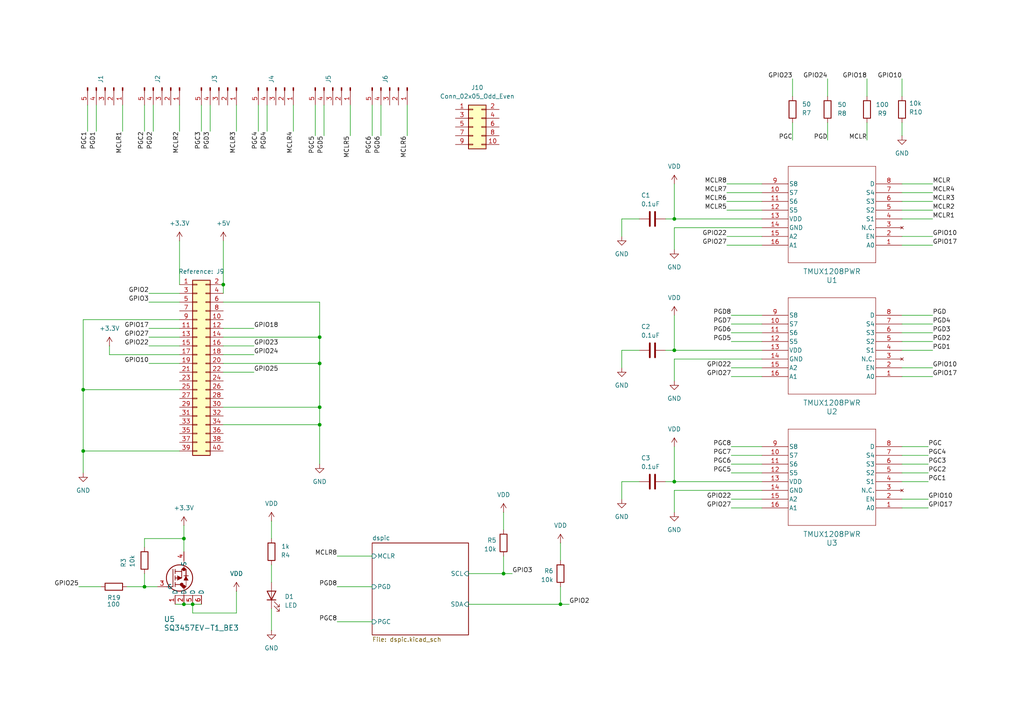
<source format=kicad_sch>
(kicad_sch (version 20231120) (generator "eeschema") (generator_version "8.0")
  (paper "A4")
  (lib_symbols
    (symbol "Connector:Conn_01x05_Pin" (pin_names (offset 1.016) hide)
      (property "Reference" "J" (at 0 7.62 0))
      (property "Value" "Conn_01x05_Pin" (at 0 -7.62 0))
      (symbol "Conn_01x05_Pin_1_1"
        (polyline (pts (xy 1.27 -5.08) (xy 0.8636 -5.08)) (stroke (width 0.1524)))
        (polyline (pts (xy 1.27 -2.54) (xy 0.8636 -2.54)) (stroke (width 0.1524)))
        (polyline (pts (xy 1.27 0) (xy 0.8636 0)) (stroke (width 0.1524)))
        (polyline (pts (xy 1.27 2.54) (xy 0.8636 2.54)) (stroke (width 0.1524)))
        (polyline (pts (xy 1.27 5.08) (xy 0.8636 5.08)) (stroke (width 0.1524)))
        (rectangle (start 0.8636 -4.953) (end 0 -5.207) (stroke (width 0.1524)) (fill (type outline)))
        (rectangle (start 0.8636 -2.413) (end 0 -2.667) (stroke (width 0.1524)) (fill (type outline)))
        (rectangle (start 0.8636 0.127) (end 0 -0.127) (stroke (width 0.1524)) (fill (type outline)))
        (rectangle (start 0.8636 2.667) (end 0 2.413) (stroke (width 0.1524)) (fill (type outline)))
        (rectangle (start 0.8636 5.207) (end 0 4.953) (stroke (width 0.1524)) (fill (type outline)))
        (pin passive line (at 5.08 5.08 180) (length 3.81) (name "Pin_1") (number "1"))
        (pin passive line (at 5.08 2.54 180) (length 3.81) (name "Pin_2") (number "2"))
        (pin passive line (at 5.08 0 180) (length 3.81) (name "Pin_3") (number "3"))
        (pin passive line (at 5.08 -2.54 180) (length 3.81) (name "Pin_4") (number "4"))
        (pin passive line (at 5.08 -5.08 180) (length 3.81) (name "Pin_5") (number "5"))
      )
    )
    (symbol "Connector_Generic:Conn_02x05_Odd_Even" (pin_names (offset 1.016) hide)
      (property "Reference" "J" (at 1.27 7.62 0))
      (property "Value" "Conn_02x05_Odd_Even" (at 1.27 -7.62 0))
      (symbol "Conn_02x05_Odd_Even_1_1"
        (rectangle (start -1.27 -4.953) (end 0 -5.207) (stroke (width 0.1524)))
        (rectangle (start -1.27 -2.413) (end 0 -2.667) (stroke (width 0.1524)))
        (rectangle (start -1.27 0.127) (end 0 -0.127) (stroke (width 0.1524)))
        (rectangle (start -1.27 2.667) (end 0 2.413) (stroke (width 0.1524)))
        (rectangle (start -1.27 5.207) (end 0 4.953) (stroke (width 0.1524)))
        (rectangle (start -1.27 6.35) (end 3.81 -6.35) (stroke (width 0.254)) (fill (type background)))
        (rectangle (start 3.81 -4.953) (end 2.54 -5.207) (stroke (width 0.1524)))
        (rectangle (start 3.81 -2.413) (end 2.54 -2.667) (stroke (width 0.1524)))
        (rectangle (start 3.81 0.127) (end 2.54 -0.127) (stroke (width 0.1524)))
        (rectangle (start 3.81 2.667) (end 2.54 2.413) (stroke (width 0.1524)))
        (rectangle (start 3.81 5.207) (end 2.54 4.953) (stroke (width 0.1524)))
        (pin passive line (at -5.08 5.08 0) (length 3.81) (name "Pin_1") (number "1"))
        (pin passive line (at 7.62 -5.08 180) (length 3.81) (name "Pin_10") (number "10"))
        (pin passive line (at 7.62 5.08 180) (length 3.81) (name "Pin_2") (number "2"))
        (pin passive line (at -5.08 2.54 0) (length 3.81) (name "Pin_3") (number "3"))
        (pin passive line (at 7.62 2.54 180) (length 3.81) (name "Pin_4") (number "4"))
        (pin passive line (at -5.08 0 0) (length 3.81) (name "Pin_5") (number "5"))
        (pin passive line (at 7.62 0 180) (length 3.81) (name "Pin_6") (number "6"))
        (pin passive line (at -5.08 -2.54 0) (length 3.81) (name "Pin_7") (number "7"))
        (pin passive line (at 7.62 -2.54 180) (length 3.81) (name "Pin_8") (number "8"))
        (pin passive line (at -5.08 -5.08 0) (length 3.81) (name "Pin_9") (number "9"))
      )
    )
    (symbol "Connector_Generic:Conn_02x20_Odd_Even" (pin_names (offset 1.016) hide)
      (property "Reference" "J" (at 1.27 25.4 0))
      (property "Value" "Conn_02x20_Odd_Even" (at 1.27 -27.94 0))
      (symbol "Conn_02x20_Odd_Even_1_1"
        (rectangle (start -1.27 -25.273) (end 0 -25.527) (stroke (width 0.1524)))
        (rectangle (start -1.27 -22.733) (end 0 -22.987) (stroke (width 0.1524)))
        (rectangle (start -1.27 -20.193) (end 0 -20.447) (stroke (width 0.1524)))
        (rectangle (start -1.27 -17.653) (end 0 -17.907) (stroke (width 0.1524)))
        (rectangle (start -1.27 -15.113) (end 0 -15.367) (stroke (width 0.1524)))
        (rectangle (start -1.27 -12.573) (end 0 -12.827) (stroke (width 0.1524)))
        (rectangle (start -1.27 -10.033) (end 0 -10.287) (stroke (width 0.1524)))
        (rectangle (start -1.27 -7.493) (end 0 -7.747) (stroke (width 0.1524)))
        (rectangle (start -1.27 -4.953) (end 0 -5.207) (stroke (width 0.1524)))
        (rectangle (start -1.27 -2.413) (end 0 -2.667) (stroke (width 0.1524)))
        (rectangle (start -1.27 0.127) (end 0 -0.127) (stroke (width 0.1524)))
        (rectangle (start -1.27 2.667) (end 0 2.413) (stroke (width 0.1524)))
        (rectangle (start -1.27 5.207) (end 0 4.953) (stroke (width 0.1524)))
        (rectangle (start -1.27 7.747) (end 0 7.493) (stroke (width 0.1524)))
        (rectangle (start -1.27 10.287) (end 0 10.033) (stroke (width 0.1524)))
        (rectangle (start -1.27 12.827) (end 0 12.573) (stroke (width 0.1524)))
        (rectangle (start -1.27 15.367) (end 0 15.113) (stroke (width 0.1524)))
        (rectangle (start -1.27 17.907) (end 0 17.653) (stroke (width 0.1524)))
        (rectangle (start -1.27 20.447) (end 0 20.193) (stroke (width 0.1524)))
        (rectangle (start -1.27 22.987) (end 0 22.733) (stroke (width 0.1524)))
        (rectangle (start -1.27 24.13) (end 3.81 -26.67) (stroke (width 0.254)) (fill (type background)))
        (rectangle (start 3.81 -25.273) (end 2.54 -25.527) (stroke (width 0.1524)))
        (rectangle (start 3.81 -22.733) (end 2.54 -22.987) (stroke (width 0.1524)))
        (rectangle (start 3.81 -20.193) (end 2.54 -20.447) (stroke (width 0.1524)))
        (rectangle (start 3.81 -17.653) (end 2.54 -17.907) (stroke (width 0.1524)))
        (rectangle (start 3.81 -15.113) (end 2.54 -15.367) (stroke (width 0.1524)))
        (rectangle (start 3.81 -12.573) (end 2.54 -12.827) (stroke (width 0.1524)))
        (rectangle (start 3.81 -10.033) (end 2.54 -10.287) (stroke (width 0.1524)))
        (rectangle (start 3.81 -7.493) (end 2.54 -7.747) (stroke (width 0.1524)))
        (rectangle (start 3.81 -4.953) (end 2.54 -5.207) (stroke (width 0.1524)))
        (rectangle (start 3.81 -2.413) (end 2.54 -2.667) (stroke (width 0.1524)))
        (rectangle (start 3.81 0.127) (end 2.54 -0.127) (stroke (width 0.1524)))
        (rectangle (start 3.81 2.667) (end 2.54 2.413) (stroke (width 0.1524)))
        (rectangle (start 3.81 5.207) (end 2.54 4.953) (stroke (width 0.1524)))
        (rectangle (start 3.81 7.747) (end 2.54 7.493) (stroke (width 0.1524)))
        (rectangle (start 3.81 10.287) (end 2.54 10.033) (stroke (width 0.1524)))
        (rectangle (start 3.81 12.827) (end 2.54 12.573) (stroke (width 0.1524)))
        (rectangle (start 3.81 15.367) (end 2.54 15.113) (stroke (width 0.1524)))
        (rectangle (start 3.81 17.907) (end 2.54 17.653) (stroke (width 0.1524)))
        (rectangle (start 3.81 20.447) (end 2.54 20.193) (stroke (width 0.1524)))
        (rectangle (start 3.81 22.987) (end 2.54 22.733) (stroke (width 0.1524)))
        (pin passive line (at -5.08 22.86 0) (length 3.81) (name "Pin_1") (number "1"))
        (pin passive line (at 7.62 12.7 180) (length 3.81) (name "Pin_10") (number "10"))
        (pin passive line (at -5.08 10.16 0) (length 3.81) (name "Pin_11") (number "11"))
        (pin passive line (at 7.62 10.16 180) (length 3.81) (name "Pin_12") (number "12"))
        (pin passive line (at -5.08 7.62 0) (length 3.81) (name "Pin_13") (number "13"))
        (pin passive line (at 7.62 7.62 180) (length 3.81) (name "Pin_14") (number "14"))
        (pin passive line (at -5.08 5.08 0) (length 3.81) (name "Pin_15") (number "15"))
        (pin passive line (at 7.62 5.08 180) (length 3.81) (name "Pin_16") (number "16"))
        (pin passive line (at -5.08 2.54 0) (length 3.81) (name "Pin_17") (number "17"))
        (pin passive line (at 7.62 2.54 180) (length 3.81) (name "Pin_18") (number "18"))
        (pin passive line (at -5.08 0 0) (length 3.81) (name "Pin_19") (number "19"))
        (pin passive line (at 7.62 22.86 180) (length 3.81) (name "Pin_2") (number "2"))
        (pin passive line (at 7.62 0 180) (length 3.81) (name "Pin_20") (number "20"))
        (pin passive line (at -5.08 -2.54 0) (length 3.81) (name "Pin_21") (number "21"))
        (pin passive line (at 7.62 -2.54 180) (length 3.81) (name "Pin_22") (number "22"))
        (pin passive line (at -5.08 -5.08 0) (length 3.81) (name "Pin_23") (number "23"))
        (pin passive line (at 7.62 -5.08 180) (length 3.81) (name "Pin_24") (number "24"))
        (pin passive line (at -5.08 -7.62 0) (length 3.81) (name "Pin_25") (number "25"))
        (pin passive line (at 7.62 -7.62 180) (length 3.81) (name "Pin_26") (number "26"))
        (pin passive line (at -5.08 -10.16 0) (length 3.81) (name "Pin_27") (number "27"))
        (pin passive line (at 7.62 -10.16 180) (length 3.81) (name "Pin_28") (number "28"))
        (pin passive line (at -5.08 -12.7 0) (length 3.81) (name "Pin_29") (number "29"))
        (pin passive line (at -5.08 20.32 0) (length 3.81) (name "Pin_3") (number "3"))
        (pin passive line (at 7.62 -12.7 180) (length 3.81) (name "Pin_30") (number "30"))
        (pin passive line (at -5.08 -15.24 0) (length 3.81) (name "Pin_31") (number "31"))
        (pin passive line (at 7.62 -15.24 180) (length 3.81) (name "Pin_32") (number "32"))
        (pin passive line (at -5.08 -17.78 0) (length 3.81) (name "Pin_33") (number "33"))
        (pin passive line (at 7.62 -17.78 180) (length 3.81) (name "Pin_34") (number "34"))
        (pin passive line (at -5.08 -20.32 0) (length 3.81) (name "Pin_35") (number "35"))
        (pin passive line (at 7.62 -20.32 180) (length 3.81) (name "Pin_36") (number "36"))
        (pin passive line (at -5.08 -22.86 0) (length 3.81) (name "Pin_37") (number "37"))
        (pin passive line (at 7.62 -22.86 180) (length 3.81) (name "Pin_38") (number "38"))
        (pin passive line (at -5.08 -25.4 0) (length 3.81) (name "Pin_39") (number "39"))
        (pin passive line (at 7.62 20.32 180) (length 3.81) (name "Pin_4") (number "4"))
        (pin passive line (at 7.62 -25.4 180) (length 3.81) (name "Pin_40") (number "40"))
        (pin passive line (at -5.08 17.78 0) (length 3.81) (name "Pin_5") (number "5"))
        (pin passive line (at 7.62 17.78 180) (length 3.81) (name "Pin_6") (number "6"))
        (pin passive line (at -5.08 15.24 0) (length 3.81) (name "Pin_7") (number "7"))
        (pin passive line (at 7.62 15.24 180) (length 3.81) (name "Pin_8") (number "8"))
        (pin passive line (at -5.08 12.7 0) (length 3.81) (name "Pin_9") (number "9"))
      )
    )
    (symbol "Device:C" (pin_numbers hide) (pin_names (offset 0.254))
      (property "Reference" "C" (at 0.635 2.54 0))
      (property "Value" "C" (at 0.635 -2.54 0))
      (symbol "C_0_1"
        (polyline (pts (xy -2.032 -0.762) (xy 2.032 -0.762)) (stroke (width 0.508)))
        (polyline (pts (xy -2.032 0.762) (xy 2.032 0.762)) (stroke (width 0.508)))
      )
      (symbol "C_1_1"
        (pin passive line (at 0 3.81 270) (length 2.794) (name "~") (number "1"))
        (pin passive line (at 0 -3.81 90) (length 2.794) (name "~") (number "2"))
      )
    )
    (symbol "Device:LED" (pin_numbers hide) (pin_names (offset 1.016) hide)
      (property "Reference" "D" (at 0 2.54 0))
      (property "Value" "LED" (at 0 -2.54 0))
      (symbol "LED_0_1"
        (polyline (pts (xy -1.27 -1.27) (xy -1.27 1.27)) (stroke (width 0.254)))
        (polyline (pts (xy -1.27 0) (xy 1.27 0)))
        (polyline (pts (xy 1.27 -1.27) (xy 1.27 1.27) (xy -1.27 0) (xy 1.27 -1.27)) (stroke (width 0.254)))
        (polyline (pts (xy -3.048 -0.762) (xy -4.572 -2.286) (xy -3.81 -2.286) (xy -4.572 -2.286) (xy -4.572 -1.524)))
        (polyline (pts (xy -1.778 -0.762) (xy -3.302 -2.286) (xy -2.54 -2.286) (xy -3.302 -2.286) (xy -3.302 -1.524)))
      )
      (symbol "LED_1_1"
        (pin passive line (at -3.81 0 0) (length 2.54) (name "K") (number "1"))
        (pin passive line (at 3.81 0 180) (length 2.54) (name "A") (number "2"))
      )
    )
    (symbol "Device:R" (pin_numbers hide) (pin_names (offset 0))
      (property "Reference" "R" (at 2.032 0 90))
      (property "Value" "R" (at 0 0 90))
      (symbol "R_0_1"
        (rectangle (start -1.016 -2.54) (end 1.016 2.54) (stroke (width 0.254)))
      )
      (symbol "R_1_1"
        (pin passive line (at 0 3.81 270) (length 1.27) (name "~") (number "1"))
        (pin passive line (at 0 -3.81 90) (length 1.27) (name "~") (number "2"))
      )
    )
    (symbol "MOSFET-P:SQ3457EV-T1_BE3" (pin_names (offset 0.254))
      (property "Reference" "U" (at 16.51 4.445 0))
      (property "Value" "SQ3457EV-T1_BE3" (at 16.51 0 0))
      (symbol "SQ3457EV-T1_BE3_0_1"
        (polyline (pts (xy 2.54 0) (xy 4.445 0)) (stroke (width 0.2032)))
        (polyline (pts (xy 4.445 0) (xy 4.445 5.08)) (stroke (width 0.2032)))
        (polyline (pts (xy 5.08 -2.54) (xy 12.7 -2.54)) (stroke (width 0.127)))
        (polyline (pts (xy 5.08 0) (xy 5.08 1.27)) (stroke (width 0.2032)))
        (polyline (pts (xy 5.08 0.635) (xy 6.985 0.635)) (stroke (width 0.2032)))
        (polyline (pts (xy 5.08 1.905) (xy 5.08 3.175)) (stroke (width 0.2032)))
        (polyline (pts (xy 5.08 3.81) (xy 5.08 5.08)) (stroke (width 0.2032)))
        (polyline (pts (xy 5.08 4.445) (xy 6.985 4.445)) (stroke (width 0.2032)))
        (polyline (pts (xy 5.715 2.54) (xy 5.08 2.54)) (stroke (width 0.2032)))
        (polyline (pts (xy 6.985 0) (xy 8.255 0)) (stroke (width 0.2032)))
        (polyline (pts (xy 6.985 4.445) (xy 6.985 2.54)) (stroke (width 0.2032)))
        (polyline (pts (xy 6.985 4.445) (xy 6.985 5.08)) (stroke (width 0.2032)))
        (polyline (pts (xy 6.985 5.08) (xy 8.255 5.08)) (stroke (width 0.2032)))
        (polyline (pts (xy 7.0104 0.635) (xy 6.985 0)) (stroke (width 0.127)))
        (polyline (pts (xy 7.62 -2.54) (xy 7.6454 0)) (stroke (width 0.127)))
        (polyline (pts (xy 7.62 7.62) (xy 7.6454 5.08)) (stroke (width 0.127)))
        (polyline (pts (xy 8.255 0) (xy 8.255 1.905)) (stroke (width 0.127)))
        (polyline (pts (xy 8.255 3.175) (xy 8.255 5.08)) (stroke (width 0.2032)))
        (polyline (pts (xy 8.255 5.08) (xy 8.255 3.175)) (stroke (width 0.2032)))
        (polyline (pts (xy 8.89 3.175) (xy 7.62 3.175)) (stroke (width 0.2032)))
        (polyline (pts (xy 5.715 1.905) (xy 6.985 2.54) (xy 5.715 3.175)) (fill (type outline)))
        (polyline (pts (xy 8.89 1.905) (xy 7.62 1.905) (xy 8.255 3.175)) (fill (type outline)))
        (circle (center 6.35 2.54) (radius 3.81) (stroke (width 0.254)))
        (circle (center 6.985 0.635) (radius 0.0254) (stroke (width 0.508)))
        (circle (center 7.62 0) (radius 0.0254) (stroke (width 0.508)))
        (circle (center 7.62 5.08) (radius 0.0254) (stroke (width 0.508)))
        (pin unspecified line (at 5.08 -5.08 90) (length 2.54) (name "D") (number "1"))
        (pin unspecified line (at 7.62 -5.08 90) (length 2.54) (name "D") (number "2"))
        (pin unspecified line (at 0 0 0) (length 2.54) (name "G") (number "3"))
        (pin unspecified line (at 7.62 10.16 270) (length 2.54) (name "S") (number "4"))
        (pin unspecified line (at 10.16 -5.08 90) (length 2.54) (name "D") (number "5"))
        (pin unspecified line (at 12.7 -5.08 90) (length 2.54) (name "D") (number "6"))
      )
    )
    (symbol "TMUX1208:TMUX1208PWR" (pin_names (offset 0.254))
      (property "Reference" "U" (at 20.32 10.16 0))
      (property "Value" "TMUX1208PWR" (at 20.32 7.62 0))
      (symbol "TMUX1208PWR_0_1"
        (polyline (pts (xy 7.62 -22.86) (xy 33.02 -22.86)) (stroke (width 0.127)))
        (polyline (pts (xy 7.62 5.08) (xy 7.62 -22.86)) (stroke (width 0.127)))
        (polyline (pts (xy 33.02 -22.86) (xy 33.02 5.08)) (stroke (width 0.127)))
        (polyline (pts (xy 33.02 5.08) (xy 7.62 5.08)) (stroke (width 0.127)))
        (pin bidirectional line (at 0 0 0) (length 7.62) (name "A0") (number "1"))
        (pin bidirectional line (at 40.64 -15.24 180) (length 7.62) (name "S7") (number "10"))
        (pin bidirectional line (at 40.64 -12.7 180) (length 7.62) (name "S6") (number "11"))
        (pin bidirectional line (at 40.64 -10.16 180) (length 7.62) (name "S5") (number "12"))
        (pin power_in line (at 40.64 -7.62 180) (length 7.62) (name "VDD") (number "13"))
        (pin power_out line (at 40.64 -5.08 180) (length 7.62) (name "GND") (number "14"))
        (pin bidirectional line (at 40.64 -2.54 180) (length 7.62) (name "A2") (number "15"))
        (pin bidirectional line (at 40.64 0 180) (length 7.62) (name "A1") (number "16"))
        (pin unspecified line (at 0 -2.54 0) (length 7.62) (name "EN") (number "2"))
        (pin no_connect line (at 0 -5.08 0) (length 7.62) (name "N.C.") (number "3"))
        (pin bidirectional line (at 0 -7.62 0) (length 7.62) (name "S1") (number "4"))
        (pin bidirectional line (at 0 -10.16 0) (length 7.62) (name "S2") (number "5"))
        (pin bidirectional line (at 0 -12.7 0) (length 7.62) (name "S3") (number "6"))
        (pin bidirectional line (at 0 -15.24 0) (length 7.62) (name "S4") (number "7"))
        (pin unspecified line (at 0 -17.78 0) (length 7.62) (name "D") (number "8"))
        (pin bidirectional line (at 40.64 -17.78 180) (length 7.62) (name "S8") (number "9"))
      )
    )
    (symbol "power:+3.3V" (power) (pin_numbers hide) (pin_names (offset 0) hide)
      (property "Value" "+3.3V" (at 0 3.556 0))
      (symbol "+3.3V_0_1"
        (polyline (pts (xy -0.762 1.27) (xy 0 2.54)))
        (polyline (pts (xy 0 0) (xy 0 2.54)))
        (polyline (pts (xy 0 2.54) (xy 0.762 1.27)))
      )
      (symbol "+3.3V_1_1"
        (pin power_in line (at 0 0 90) (length 0) (name "~") (number "1"))
      )
    )
    (symbol "power:+5V" (power) (pin_numbers hide) (pin_names (offset 0) hide)
      (property "Value" "+5V" (at 0 3.556 0))
      (symbol "+5V_0_1"
        (polyline (pts (xy -0.762 1.27) (xy 0 2.54)))
        (polyline (pts (xy 0 0) (xy 0 2.54)))
        (polyline (pts (xy 0 2.54) (xy 0.762 1.27)))
      )
      (symbol "+5V_1_1"
        (pin power_in line (at 0 0 90) (length 0) (name "~") (number "1"))
      )
    )
    (symbol "power:GND" (power) (pin_numbers hide) (pin_names (offset 0) hide)
      (property "Value" "GND" (at 0 -3.81 0))
      (symbol "GND_0_1"
        (polyline (pts (xy 0 0) (xy 0 -1.27) (xy 1.27 -1.27) (xy 0 -2.54) (xy -1.27 -1.27) (xy 0 -1.27)))
      )
      (symbol "GND_1_1"
        (pin power_in line (at 0 0 270) (length 0) (name "~") (number "1"))
      )
    )
    (symbol "power:VDD" (power) (pin_numbers hide) (pin_names (offset 0) hide)
      (property "Value" "VDD" (at 0 3.556 0))
      (symbol "VDD_0_1"
        (polyline (pts (xy -0.762 1.27) (xy 0 2.54)))
        (polyline (pts (xy 0 0) (xy 0 2.54)))
        (polyline (pts (xy 0 2.54) (xy 0.762 1.27)))
      )
      (symbol "VDD_1_1"
        (pin power_in line (at 0 0 90) (length 0) (name "~") (number "1"))
      )
    )
  )
  (junction (at 162.56 175.26))
  (junction (at 64.77 82.55))
  (junction (at 92.71 105.41))
  (junction (at 24.13 130.81))
  (junction (at 92.71 97.79))
  (junction (at 92.71 123.19))
  (junction (at 195.58 101.6))
  (junction (at 146.05 166.37))
  (junction (at 92.71 118.11))
  (junction (at 24.13 113.03))
  (junction (at 195.58 63.5))
  (junction (at 195.58 139.7))
  (junction (at 53.34 156.21))
  (junction (at 41.91 170.18))
  (junction (at 53.34 175.26))
  (junction (at 55.88 175.26))
  (wire (pts (xy 195.58 101.6) (xy 220.98 101.6)))
  (wire (pts (xy 77.47 30.48) (xy 77.47 38.1)))
  (wire (pts (xy 52.07 97.79) (xy 43.18 97.79)))
  (wire (pts (xy 24.13 113.03) (xy 24.13 130.81)))
  (wire (pts (xy 269.24 129.54) (xy 261.62 129.54)))
  (wire (pts (xy 52.07 92.71) (xy 24.13 92.71)))
  (wire (pts (xy 162.56 157.48) (xy 162.56 162.56)))
  (wire (pts (xy 180.34 139.7) (xy 180.34 144.78)))
  (wire (pts (xy 64.77 87.63) (xy 92.71 87.63)))
  (wire (pts (xy 41.91 166.37) (xy 41.91 170.18)))
  (wire (pts (xy 53.34 152.4) (xy 53.34 156.21)))
  (wire (pts (xy 180.34 63.5) (xy 180.34 68.58)))
  (wire (pts (xy 52.07 95.25) (xy 43.18 95.25)))
  (wire (pts (xy 36.83 170.18) (xy 41.91 170.18)))
  (wire (pts (xy 107.95 30.48) (xy 107.95 39.37)))
  (wire (pts (xy 220.98 104.14) (xy 195.58 104.14)))
  (wire (pts (xy 92.71 123.19) (xy 92.71 134.62)))
  (wire (pts (xy 68.58 177.8) (xy 55.88 177.8)))
  (wire (pts (xy 270.51 91.44) (xy 261.62 91.44)))
  (wire (pts (xy 118.11 30.48) (xy 118.11 39.37)))
  (wire (pts (xy 146.05 166.37) (xy 146.05 161.29)))
  (wire (pts (xy 270.51 71.12) (xy 261.62 71.12)))
  (wire (pts (xy 240.03 35.56) (xy 240.03 40.64)))
  (wire (pts (xy 195.58 104.14) (xy 195.58 110.49)))
  (wire (pts (xy 251.46 35.56) (xy 251.46 40.64)))
  (wire (pts (xy 229.87 22.86) (xy 229.87 27.94)))
  (wire (pts (xy 270.51 58.42) (xy 261.62 58.42)))
  (wire (pts (xy 135.89 166.37) (xy 146.05 166.37)))
  (wire (pts (xy 270.51 63.5) (xy 261.62 63.5)))
  (wire (pts (xy 91.44 30.48) (xy 91.44 39.37)))
  (wire (pts (xy 220.98 96.52) (xy 212.09 96.52)))
  (wire (pts (xy 220.98 109.22) (xy 212.09 109.22)))
  (wire (pts (xy 73.66 107.95) (xy 64.77 107.95)))
  (wire (pts (xy 35.56 30.48) (xy 35.56 38.1)))
  (wire (pts (xy 55.88 175.26) (xy 55.88 177.8)))
  (wire (pts (xy 53.34 175.26) (xy 55.88 175.26)))
  (wire (pts (xy 97.79 161.29) (xy 107.95 161.29)))
  (wire (pts (xy 135.89 175.26) (xy 162.56 175.26)))
  (wire (pts (xy 64.77 95.25) (xy 73.66 95.25)))
  (wire (pts (xy 240.03 22.86) (xy 240.03 27.94)))
  (wire (pts (xy 52.07 69.85) (xy 52.07 82.55)))
  (wire (pts (xy 41.91 156.21) (xy 53.34 156.21)))
  (wire (pts (xy 92.71 87.63) (xy 92.71 97.79)))
  (wire (pts (xy 220.98 53.34) (xy 210.82 53.34)))
  (wire (pts (xy 78.74 151.13) (xy 78.74 156.21)))
  (wire (pts (xy 58.42 30.48) (xy 58.42 38.1)))
  (wire (pts (xy 195.58 142.24) (xy 195.58 148.59)))
  (wire (pts (xy 50.8 175.26) (xy 53.34 175.26)))
  (wire (pts (xy 146.05 166.37) (xy 148.59 166.37)))
  (wire (pts (xy 195.58 129.54) (xy 195.58 139.7)))
  (wire (pts (xy 180.34 139.7) (xy 185.42 139.7)))
  (wire (pts (xy 220.98 93.98) (xy 212.09 93.98)))
  (wire (pts (xy 270.51 99.06) (xy 261.62 99.06)))
  (wire (pts (xy 220.98 137.16) (xy 212.09 137.16)))
  (wire (pts (xy 220.98 142.24) (xy 195.58 142.24)))
  (wire (pts (xy 261.62 35.56) (xy 261.62 39.37)))
  (wire (pts (xy 78.74 163.83) (xy 78.74 168.91)))
  (wire (pts (xy 68.58 171.45) (xy 68.58 177.8)))
  (wire (pts (xy 64.77 82.55) (xy 64.77 85.09)))
  (wire (pts (xy 270.51 60.96) (xy 261.62 60.96)))
  (wire (pts (xy 270.51 68.58) (xy 261.62 68.58)))
  (wire (pts (xy 195.58 91.44) (xy 195.58 101.6)))
  (wire (pts (xy 220.98 147.32) (xy 212.09 147.32)))
  (wire (pts (xy 220.98 129.54) (xy 212.09 129.54)))
  (wire (pts (xy 27.94 30.48) (xy 27.94 38.1)))
  (wire (pts (xy 220.98 58.42) (xy 210.82 58.42)))
  (wire (pts (xy 220.98 91.44) (xy 212.09 91.44)))
  (wire (pts (xy 270.51 53.34) (xy 261.62 53.34)))
  (wire (pts (xy 43.18 100.33) (xy 52.07 100.33)))
  (wire (pts (xy 92.71 105.41) (xy 92.71 118.11)))
  (wire (pts (xy 220.98 55.88) (xy 210.82 55.88)))
  (wire (pts (xy 220.98 60.96) (xy 210.82 60.96)))
  (wire (pts (xy 55.88 175.26) (xy 58.42 175.26)))
  (wire (pts (xy 43.18 87.63) (xy 52.07 87.63)))
  (wire (pts (xy 220.98 144.78) (xy 212.09 144.78)))
  (wire (pts (xy 220.98 66.04) (xy 195.58 66.04)))
  (wire (pts (xy 31.75 102.87) (xy 31.75 100.33)))
  (wire (pts (xy 261.62 22.86) (xy 261.62 27.94)))
  (wire (pts (xy 269.24 134.62) (xy 261.62 134.62)))
  (wire (pts (xy 195.58 139.7) (xy 220.98 139.7)))
  (wire (pts (xy 25.4 30.48) (xy 25.4 38.1)))
  (wire (pts (xy 43.18 85.09) (xy 52.07 85.09)))
  (wire (pts (xy 52.07 30.48) (xy 52.07 38.1)))
  (wire (pts (xy 101.6 30.48) (xy 101.6 39.37)))
  (wire (pts (xy 270.51 106.68) (xy 261.62 106.68)))
  (wire (pts (xy 92.71 118.11) (xy 92.71 123.19)))
  (wire (pts (xy 261.62 101.6) (xy 270.51 101.6)))
  (wire (pts (xy 270.51 109.22) (xy 261.62 109.22)))
  (wire (pts (xy 269.24 132.08) (xy 261.62 132.08)))
  (wire (pts (xy 180.34 101.6) (xy 180.34 106.68)))
  (wire (pts (xy 195.58 66.04) (xy 195.58 72.39)))
  (wire (pts (xy 97.79 180.34) (xy 107.95 180.34)))
  (wire (pts (xy 193.04 63.5) (xy 195.58 63.5)))
  (wire (pts (xy 78.74 176.53) (xy 78.74 182.88)))
  (wire (pts (xy 269.24 147.32) (xy 261.62 147.32)))
  (wire (pts (xy 64.77 97.79) (xy 92.71 97.79)))
  (wire (pts (xy 180.34 63.5) (xy 185.42 63.5)))
  (wire (pts (xy 52.07 102.87) (xy 31.75 102.87)))
  (wire (pts (xy 220.98 132.08) (xy 212.09 132.08)))
  (wire (pts (xy 44.45 30.48) (xy 44.45 38.1)))
  (wire (pts (xy 64.77 118.11) (xy 92.71 118.11)))
  (wire (pts (xy 162.56 175.26) (xy 165.1 175.26)))
  (wire (pts (xy 64.77 69.85) (xy 64.77 82.55)))
  (wire (pts (xy 220.98 134.62) (xy 212.09 134.62)))
  (wire (pts (xy 269.24 137.16) (xy 261.62 137.16)))
  (wire (pts (xy 97.79 170.18) (xy 107.95 170.18)))
  (wire (pts (xy 270.51 93.98) (xy 261.62 93.98)))
  (wire (pts (xy 93.98 30.48) (xy 93.98 39.37)))
  (wire (pts (xy 269.24 139.7) (xy 261.62 139.7)))
  (wire (pts (xy 24.13 130.81) (xy 52.07 130.81)))
  (wire (pts (xy 53.34 156.21) (xy 53.34 160.02)))
  (wire (pts (xy 195.58 53.34) (xy 195.58 63.5)))
  (wire (pts (xy 220.98 68.58) (xy 210.82 68.58)))
  (wire (pts (xy 193.04 139.7) (xy 195.58 139.7)))
  (wire (pts (xy 24.13 130.81) (xy 24.13 137.16)))
  (wire (pts (xy 270.51 55.88) (xy 261.62 55.88)))
  (wire (pts (xy 220.98 106.68) (xy 212.09 106.68)))
  (wire (pts (xy 220.98 99.06) (xy 212.09 99.06)))
  (wire (pts (xy 24.13 113.03) (xy 52.07 113.03)))
  (wire (pts (xy 64.77 102.87) (xy 73.66 102.87)))
  (wire (pts (xy 110.49 30.48) (xy 110.49 39.37)))
  (wire (pts (xy 269.24 144.78) (xy 261.62 144.78)))
  (wire (pts (xy 74.93 30.48) (xy 74.93 38.1)))
  (wire (pts (xy 193.04 101.6) (xy 195.58 101.6)))
  (wire (pts (xy 229.87 35.56) (xy 229.87 40.64)))
  (wire (pts (xy 270.51 96.52) (xy 261.62 96.52)))
  (wire (pts (xy 195.58 63.5) (xy 220.98 63.5)))
  (wire (pts (xy 41.91 158.75) (xy 41.91 156.21)))
  (wire (pts (xy 68.58 30.48) (xy 68.58 38.1)))
  (wire (pts (xy 60.96 30.48) (xy 60.96 38.1)))
  (wire (pts (xy 22.86 170.18) (xy 29.21 170.18)))
  (wire (pts (xy 162.56 175.26) (xy 162.56 170.18)))
  (wire (pts (xy 92.71 97.79) (xy 92.71 105.41)))
  (wire (pts (xy 41.91 170.18) (xy 45.72 170.18)))
  (wire (pts (xy 24.13 92.71) (xy 24.13 113.03)))
  (wire (pts (xy 64.77 100.33) (xy 73.66 100.33)))
  (wire (pts (xy 64.77 105.41) (xy 92.71 105.41)))
  (wire (pts (xy 180.34 101.6) (xy 185.42 101.6)))
  (wire (pts (xy 146.05 148.59) (xy 146.05 153.67)))
  (wire (pts (xy 220.98 71.12) (xy 210.82 71.12)))
  (wire (pts (xy 41.91 30.48) (xy 41.91 38.1)))
  (wire (pts (xy 43.18 105.41) (xy 52.07 105.41)))
  (wire (pts (xy 251.46 22.86) (xy 251.46 27.94)))
  (wire (pts (xy 64.77 123.19) (xy 92.71 123.19)))
  (wire (pts (xy 85.09 30.48) (xy 85.09 38.1)))
  (label "PGC6" (at 212.09 134.62 180))
  (label "GPIO18" (at 251.46 22.86 180))
  (label "PGD7" (at 212.09 93.98 180))
  (label "PGD8" (at 212.09 91.44 180))
  (label "MCLR" (at 251.46 40.64 180))
  (label "GPIO25" (at 22.86 170.18 180))
  (label "MCLR4" (at 270.51 55.88 0))
  (label "PGD3" (at 270.51 96.52 0))
  (label "GPIO22" (at 212.09 106.68 180))
  (label "GPIO2" (at 165.1 175.26 0))
  (label "GPIO22" (at 210.82 68.58 180))
  (label "MCLR" (at 270.51 53.34 0))
  (label "MCLR3" (at 270.51 58.42 0))
  (label "PGC4" (at 74.93 38.1 270))
  (label "PGD" (at 240.03 40.64 180))
  (label "MCLR1" (at 270.51 63.5 0))
  (label "GPIO27" (at 212.09 109.22 180))
  (label "GPIO10" (at 269.24 144.78 0))
  (label "PGC8" (at 212.09 129.54 180))
  (label "PGD1" (at 27.94 38.1 270))
  (label "PGC2" (at 41.91 38.1 270))
  (label "MCLR2" (at 52.07 38.1 270))
  (label "MCLR8" (at 210.82 53.34 180))
  (label "PGC2" (at 269.24 137.16 0))
  (label "PGD4" (at 77.47 38.1 270))
  (label "GPIO22" (at 43.18 100.33 180))
  (label "PGD5" (at 212.09 99.06 180))
  (label "MCLR5" (at 210.82 60.96 180))
  (label "MCLR6" (at 210.82 58.42 180))
  (label "PGD6" (at 110.49 39.37 270))
  (label "MCLR6" (at 118.11 39.37 270))
  (label "GPIO27" (at 210.82 71.12 180))
  (label "PGC" (at 229.87 40.64 180))
  (label "PGC8" (at 97.79 180.34 180))
  (label "MCLR5" (at 101.6 39.37 270))
  (label "GPIO10" (at 43.18 105.41 180))
  (label "PGC3" (at 58.42 38.1 270))
  (label "PGD2" (at 44.45 38.1 270))
  (label "GPIO27" (at 43.18 97.79 180))
  (label "GPIO24" (at 73.66 102.87 0))
  (label "PGD1" (at 270.51 101.6 0))
  (label "PGD8" (at 97.79 170.18 180))
  (label "GPIO10" (at 270.51 106.68 0))
  (label "MCLR7" (at 210.82 55.88 180))
  (label "GPIO18" (at 73.66 95.25 0))
  (label "PGD4" (at 270.51 93.98 0))
  (label "PGD" (at 270.51 91.44 0))
  (label "PGC5" (at 212.09 137.16 180))
  (label "PGD3" (at 60.96 38.1 270))
  (label "PGC3" (at 269.24 134.62 0))
  (label "GPIO17" (at 270.51 109.22 0))
  (label "PGC1" (at 25.4 38.1 270))
  (label "GPIO3" (at 43.18 87.63 180))
  (label "GPIO22" (at 212.09 144.78 180))
  (label "GPIO17" (at 270.51 71.12 0))
  (label "PGC" (at 269.24 129.54 0))
  (label "GPIO2" (at 43.18 85.09 180))
  (label "PGC7" (at 212.09 132.08 180))
  (label "MCLR2" (at 270.51 60.96 0))
  (label "GPIO23" (at 229.87 22.86 180))
  (label "MCLR4" (at 85.09 38.1 270))
  (label "PGD2" (at 270.51 99.06 0))
  (label "PGD5" (at 93.98 39.37 270))
  (label "PGC6" (at 107.95 39.37 270))
  (label "GPIO10" (at 270.51 68.58 0))
  (label "PGD6" (at 212.09 96.52 180))
  (label "PGC5" (at 91.44 39.37 270))
  (label "GPIO10" (at 261.62 22.86 180))
  (label "GPIO3" (at 148.59 166.37 0))
  (label "MCLR8" (at 97.79 161.29 180))
  (label "GPIO17" (at 269.24 147.32 0))
  (label "GPIO25" (at 73.66 107.95 0))
  (label "GPIO24" (at 240.03 22.86 180))
  (label "PGC4" (at 269.24 132.08 0))
  (label "GPIO23" (at 73.66 100.33 0))
  (label "GPIO27" (at 212.09 147.32 180))
  (label "MCLR3" (at 68.58 38.1 270))
  (label "GPIO17" (at 43.18 95.25 180))
  (label "PGC1" (at 269.24 139.7 0))
  (label "MCLR1" (at 35.56 38.1 270))
  (symbol (lib_id "MOSFET-P:SQ3457EV-T1_BE3") (at 45.72 170.18 0) (unit 1)
    (property "Reference" "U5" (at 47.498 179.578 0) (effects (font (size 1.524 1.524)) (justify left)))
    (property "Value" "SQ3457EV-T1_BE3" (at 47.498 182.118 0) (effects (font (size 1.524 1.524)) (justify left)))
    (property "Footprint" "MOSFET-P:TSOP_7EV-T1_BE3_VIS" (effects (hide yes)))
    (property "Datasheet" "SQ3457EV-T1_BE3" (effects (hide yes)))
  )
  (symbol (lib_id "Connector:Conn_01x05_Pin") (at 96.52 25.4 270) (unit 1)
    (property "Reference" "J5" (at 95.2499 24.13 0) (effects (justify right)))
    (property "Value" "Conn_01x05_Pin" (effects (hide yes)))
    (property "Footprint" "Connector_Hirose:Hirose_DF13-05P-1.25DS_1x05_P1.25mm_Horizontal" (effects (hide yes)))
    (property "Description" "Generic connector, single row, 01x05, script generated" (effects (hide yes)))
  )
  (symbol (lib_id "power:VDD") (at 195.58 129.54 0) (unit 1)
    (property "Reference" "#PWR013" (effects (hide yes)))
    (property "Value" "VDD" (at 195.58 124.46 0))
    (property "Description" "Power symbol creates a global label with name \"VDD\"" (effects (hide yes)))
  )
  (symbol (lib_id "power:GND") (at 180.34 144.78 0) (unit 1)
    (property "Reference" "#PWR012" (effects (hide yes)))
    (property "Value" "GND" (at 180.34 149.86 0))
    (property "Description" "Power symbol creates a global label with name \"GND\" , ground" (effects (hide yes)))
  )
  (symbol (lib_id "power:GND") (at 92.71 134.62 0) (unit 1)
    (property "Reference" "#PWR06" (effects (hide yes)))
    (property "Value" "GND" (at 92.71 139.7 0))
    (property "Description" "Power symbol creates a global label with name \"GND\" , ground" (effects (hide yes)))
  )
  (symbol (lib_id "power:VDD") (at 68.58 171.45 0) (unit 1)
    (property "Reference" "#PWR020" (effects (hide yes)))
    (property "Value" "VDD" (at 68.58 166.37 0))
    (property "Description" "Power symbol creates a global label with name \"VDD\"" (effects (hide yes)))
  )
  (symbol (lib_id "power:VDD") (at 78.74 151.13 0) (unit 1)
    (property "Reference" "#PWR022" (effects (hide yes)))
    (property "Value" "VDD" (at 78.74 146.05 0))
    (property "Description" "Power symbol creates a global label with name \"VDD\"" (effects (hide yes)))
  )
  (symbol (lib_id "Device:R") (at 261.62 31.75 0) (unit 1)
    (property "Reference" "R10" (at 263.652 32.512 0) (effects (justify left)))
    (property "Value" "10k" (at 263.652 29.972 0) (effects (justify left)))
    (property "Footprint" "Resistor_SMD:R_0603_1608Metric" (effects (hide yes)))
    (property "Description" "Resistor" (effects (hide yes)))
  )
  (symbol (lib_id "TMUX1208:TMUX1208PWR") (at 261.62 71.12 180) (unit 1)
    (property "Reference" "U1" (at 241.3 81.28 0) (effects (font (size 1.524 1.524))))
    (property "Value" "TMUX1208PWR" (at 241.3 78.74 0) (effects (font (size 1.524 1.524))))
    (property "Footprint" "PW_16_TEX" (effects (hide yes)))
    (property "Datasheet" "TMUX1208PWR" (effects (hide yes)))
  )
  (symbol (lib_id "Connector_Generic:Conn_02x05_Odd_Even") (at 137.16 36.83 0) (unit 1)
    (property "Reference" "J10" (at 138.43 25.4 0))
    (property "Value" "Conn_02x05_Odd_Even" (at 138.43 27.94 0))
    (property "Footprint" "Connector_PinHeader_2.54mm:PinHeader_2x05_P2.54mm_Vertical" (effects (hide yes)))
    (property "Description" "Generic connector, double row, 02x05, odd/even pin numbering scheme (row 1 odd numbers, row 2 even numbers), script generated (kicad-library-utils/schlib/autogen/connector/)" (effects (hide yes)))
  )
  (symbol (lib_id "Connector_Generic:Conn_02x20_Odd_Even") (at 57.15 105.41 0) (unit 1)
    (property "Reference" "J9" (at 58.42 78.74 0) (show_name yes))
    (property "Value" "Conn_02x20_Odd_Even" (effects (hide yes)))
    (property "Footprint" "Connector_PinHeader_2.54mm:PinHeader_2x20_P2.54mm_Vertical" (effects (hide yes)))
    (property "Description" "Generic connector, double row, 02x20, odd/even pin numbering scheme (row 1 odd numbers, row 2 even numbers), script generated (kicad-library-utils/schlib/autogen/connector/)" (effects (hide yes)))
  )
  (symbol (lib_id "Connector:Conn_01x05_Pin") (at 80.01 25.4 270) (unit 1)
    (property "Reference" "J4" (at 78.7399 24.13 0) (effects (justify right)))
    (property "Value" "Conn_01x05_Pin" (effects (hide yes)))
    (property "Footprint" "Connector_Hirose:Hirose_DF13-05P-1.25DS_1x05_P1.25mm_Horizontal" (effects (hide yes)))
    (property "Description" "Generic connector, single row, 01x05, script generated" (effects (hide yes)))
  )
  (symbol (lib_id "Device:C") (at 189.23 63.5 90) (unit 1)
    (property "Reference" "C1" (at 185.928 56.642 90) (effects (justify right)))
    (property "Value" "0.1uF" (at 185.928 59.182 90) (effects (justify right)))
    (property "Footprint" "Capacitor_SMD:C_0402_1005Metric" (effects (hide yes)))
    (property "Description" "Unpolarized capacitor" (effects (hide yes)))
  )
  (symbol (lib_id "Connector:Conn_01x05_Pin") (at 113.03 25.4 270) (unit 1)
    (property "Reference" "J6" (at 111.7599 24.13 0) (effects (justify right)))
    (property "Value" "Conn_01x05_Pin" (effects (hide yes)))
    (property "Footprint" "Connector_Hirose:Hirose_DF13-05P-1.25DS_1x05_P1.25mm_Horizontal" (effects (hide yes)))
    (property "Description" "Generic connector, single row, 01x05, script generated" (effects (hide yes)))
  )
  (symbol (lib_id "Device:R") (at 33.02 170.18 270) (unit 1)
    (property "Reference" "R19" (at 31.115 173.3549 90) (effects (justify left)))
    (property "Value" "100" (at 30.988 175.26 90) (effects (justify left)))
    (property "Footprint" "Resistor_SMD:R_0603_1608Metric" (effects (hide yes)))
    (property "Description" "Resistor" (effects (hide yes)))
  )
  (symbol (lib_id "Connector:Conn_01x05_Pin") (at 46.99 25.4 270) (unit 1)
    (property "Reference" "J2" (at 45.7199 24.13 0) (effects (justify right)))
    (property "Value" "Conn_01x05_Pin" (effects (hide yes)))
    (property "Footprint" "Connector_Hirose:Hirose_DF13-05P-1.25DS_1x05_P1.25mm_Horizontal" (effects (hide yes)))
    (property "Description" "Generic connector, single row, 01x05, script generated" (effects (hide yes)))
  )
  (symbol (lib_id "power:GND") (at 24.13 137.16 0) (unit 1)
    (property "Reference" "#PWR032" (effects (hide yes)))
    (property "Value" "GND" (at 24.13 142.24 0))
    (property "Description" "Power symbol creates a global label with name \"GND\" , ground" (effects (hide yes)))
  )
  (symbol (lib_id "power:GND") (at 195.58 148.59 0) (unit 1)
    (property "Reference" "#PWR014" (effects (hide yes)))
    (property "Value" "GND" (at 195.58 153.67 0))
    (property "Description" "Power symbol creates a global label with name \"GND\" , ground" (effects (hide yes)))
  )
  (symbol (lib_id "power:+3.3V") (at 52.07 69.85 0) (unit 1)
    (property "Reference" "#PWR07" (effects (hide yes)))
    (property "Value" "+3.3V" (at 52.07 64.77 0))
    (property "Description" "Power symbol creates a global label with name \"+3.3V\"" (effects (hide yes)))
  )
  (symbol (lib_id "power:GND") (at 261.62 39.37 0) (unit 1)
    (property "Reference" "#PWR05" (effects (hide yes)))
    (property "Value" "GND" (at 261.62 44.45 0))
    (property "Description" "Power symbol creates a global label with name \"GND\" , ground" (effects (hide yes)))
  )
  (symbol (lib_id "Device:R") (at 146.05 157.48 180) (unit 1)
    (property "Reference" "R5" (at 144.018 156.718 0) (effects (justify left)))
    (property "Value" "10k" (at 144.018 159.258 0) (effects (justify left)))
    (property "Footprint" "Resistor_SMD:R_0603_1608Metric" (effects (hide yes)))
    (property "Description" "Resistor" (effects (hide yes)))
  )
  (symbol (lib_id "power:+3.3V") (at 31.75 100.33 0) (unit 1)
    (property "Reference" "#PWR034" (effects (hide yes)))
    (property "Value" "+3.3V" (at 31.75 95.25 0))
    (property "Description" "Power symbol creates a global label with name \"+3.3V\"" (effects (hide yes)))
  )
  (symbol (lib_id "Connector:Conn_01x05_Pin") (at 30.48 25.4 270) (unit 1)
    (property "Reference" "J1" (at 29.2099 24.13 0) (effects (justify right)))
    (property "Value" "Conn_01x05_Pin" (effects (hide yes)))
    (property "Footprint" "Connector_Hirose:Hirose_DF13-05P-1.25DS_1x05_P1.25mm_Horizontal" (effects (hide yes)))
    (property "Description" "Generic connector, single row, 01x05, script generated" (effects (hide yes)))
  )
  (symbol (lib_id "Device:R") (at 41.91 162.56 0) (unit 1)
    (property "Reference" "R3" (at 35.814 164.592 90) (effects (justify left)))
    (property "Value" "10k" (at 38.354 164.592 90) (effects (justify left)))
    (property "Footprint" "Resistor_SMD:R_0603_1608Metric" (effects (hide yes)))
    (property "Description" "Resistor" (effects (hide yes)))
  )
  (symbol (lib_id "power:VDD") (at 162.56 157.48 0) (unit 1)
    (property "Reference" "#PWR026" (effects (hide yes)))
    (property "Value" "VDD" (at 162.56 152.4 0))
    (property "Description" "Power symbol creates a global label with name \"VDD\"" (effects (hide yes)))
  )
  (symbol (lib_id "Device:C") (at 189.23 101.6 90) (unit 1)
    (property "Reference" "C2" (at 185.928 94.742 90) (effects (justify right)))
    (property "Value" "0.1uF" (at 185.928 97.282 90) (effects (justify right)))
    (property "Footprint" "Capacitor_SMD:C_0402_1005Metric" (effects (hide yes)))
    (property "Description" "Unpolarized capacitor" (effects (hide yes)))
  )
  (symbol (lib_id "power:GND") (at 78.74 182.88 0) (unit 1)
    (property "Reference" "#PWR023" (effects (hide yes)))
    (property "Value" "GND" (at 78.74 187.96 0))
    (property "Description" "Power symbol creates a global label with name \"GND\" , ground" (effects (hide yes)))
  )
  (symbol (lib_id "Device:C") (at 189.23 139.7 90) (unit 1)
    (property "Reference" "C3" (at 185.928 132.842 90) (effects (justify right)))
    (property "Value" "0.1uF" (at 185.928 135.382 90) (effects (justify right)))
    (property "Footprint" "Capacitor_SMD:C_0402_1005Metric" (effects (hide yes)))
    (property "Description" "Unpolarized capacitor" (effects (hide yes)))
  )
  (symbol (lib_id "power:GND") (at 180.34 106.68 0) (unit 1)
    (property "Reference" "#PWR04" (effects (hide yes)))
    (property "Value" "GND" (at 180.34 111.76 0))
    (property "Description" "Power symbol creates a global label with name \"GND\" , ground" (effects (hide yes)))
  )
  (symbol (lib_id "power:GND") (at 195.58 72.39 0) (unit 1)
    (property "Reference" "#PWR03" (effects (hide yes)))
    (property "Value" "GND" (at 195.58 77.47 0))
    (property "Description" "Power symbol creates a global label with name \"GND\" , ground" (effects (hide yes)))
  )
  (symbol (lib_id "power:GND") (at 195.58 110.49 0) (unit 1)
    (property "Reference" "#PWR010" (effects (hide yes)))
    (property "Value" "GND" (at 195.58 115.57 0))
    (property "Description" "Power symbol creates a global label with name \"GND\" , ground" (effects (hide yes)))
  )
  (symbol (lib_id "power:GND") (at 180.34 68.58 0) (unit 1)
    (property "Reference" "#PWR011" (effects (hide yes)))
    (property "Value" "GND" (at 180.34 73.66 0))
    (property "Description" "Power symbol creates a global label with name \"GND\" , ground" (effects (hide yes)))
  )
  (symbol (lib_id "power:VDD") (at 195.58 91.44 0) (unit 1)
    (property "Reference" "#PWR09" (effects (hide yes)))
    (property "Value" "VDD" (at 195.58 86.36 0))
    (property "Description" "Power symbol creates a global label with name \"VDD\"" (effects (hide yes)))
  )
  (symbol (lib_id "Device:R") (at 162.56 166.37 180) (unit 1)
    (property "Reference" "R6" (at 160.528 165.608 0) (effects (justify left)))
    (property "Value" "10k" (at 160.528 168.148 0) (effects (justify left)))
    (property "Footprint" "Resistor_SMD:R_0603_1608Metric" (effects (hide yes)))
    (property "Description" "Resistor" (effects (hide yes)))
  )
  (symbol (lib_id "Device:R") (at 240.03 31.75 180) (unit 1)
    (property "Reference" "R8" (at 244.221 32.893 0))
    (property "Value" "50" (at 244.221 30.353 0))
    (property "Footprint" "Resistor_SMD:R_0603_1608Metric" (effects (hide yes)))
    (property "Description" "Resistor" (effects (hide yes)))
  )
  (symbol (lib_id "power:VDD") (at 146.05 148.59 0) (unit 1)
    (property "Reference" "#PWR024" (effects (hide yes)))
    (property "Value" "VDD" (at 146.05 143.51 0))
    (property "Description" "Power symbol creates a global label with name \"VDD\"" (effects (hide yes)))
  )
  (symbol (lib_id "Device:LED") (at 78.74 172.72 90) (unit 1)
    (property "Reference" "D1" (at 82.55 173.0374 90) (effects (justify right)))
    (property "Value" "LED" (at 82.55 175.5774 90) (effects (justify right)))
    (property "Footprint" "LED_SMD:LED_0805_2012Metric" (effects (hide yes)))
    (property "Description" "Light emitting diode" (effects (hide yes)))
  )
  (symbol (lib_id "Connector:Conn_01x05_Pin") (at 63.5 25.4 270) (unit 1)
    (property "Reference" "J3" (at 62.2299 24.13 0) (effects (justify right)))
    (property "Value" "Conn_01x05_Pin" (effects (hide yes)))
    (property "Footprint" "Connector_Hirose:Hirose_DF13-05P-1.25DS_1x05_P1.25mm_Horizontal" (effects (hide yes)))
    (property "Description" "Generic connector, single row, 01x05, script generated" (effects (hide yes)))
  )
  (symbol (lib_id "power:+5V") (at 64.77 69.85 0) (unit 1)
    (property "Reference" "#PWR08" (effects (hide yes)))
    (property "Value" "+5V" (at 64.77 64.77 0))
    (property "Description" "Power symbol creates a global label with name \"+5V\"" (effects (hide yes)))
  )
  (symbol (lib_id "Device:R") (at 251.46 31.75 180) (unit 1)
    (property "Reference" "R9" (at 255.905 32.893 0))
    (property "Value" "100" (at 255.905 30.353 0))
    (property "Footprint" "Resistor_SMD:R_0603_1608Metric" (effects (hide yes)))
    (property "Description" "Resistor" (effects (hide yes)))
  )
  (symbol (lib_id "TMUX1208:TMUX1208PWR") (at 261.62 109.22 180) (unit 1)
    (property "Reference" "U2" (at 241.3 119.38 0) (effects (font (size 1.524 1.524))))
    (property "Value" "TMUX1208PWR" (at 241.3 116.84 0) (effects (font (size 1.524 1.524))))
    (property "Footprint" "PW_16_TEX" (effects (hide yes)))
    (property "Datasheet" "TMUX1208PWR" (effects (hide yes)))
  )
  (symbol (lib_id "TMUX1208:TMUX1208PWR") (at 261.62 147.32 180) (unit 1)
    (property "Reference" "U3" (at 241.3 157.48 0) (effects (font (size 1.524 1.524))))
    (property "Value" "TMUX1208PWR" (at 241.3 154.94 0) (effects (font (size 1.524 1.524))))
    (property "Footprint" "PW_16_TEX" (effects (hide yes)))
    (property "Datasheet" "TMUX1208PWR" (effects (hide yes)))
  )
  (symbol (lib_id "power:+3.3V") (at 53.34 152.4 0) (unit 1)
    (property "Reference" "#PWR019" (effects (hide yes)))
    (property "Value" "+3.3V" (at 53.34 147.32 0))
    (property "Description" "Power symbol creates a global label with name \"+3.3V\"" (effects (hide yes)))
  )
  (symbol (lib_id "Device:R") (at 229.87 31.75 180) (unit 1)
    (property "Reference" "R7" (at 233.934 32.766 0))
    (property "Value" "50" (at 233.934 30.226 0))
    (property "Footprint" "Resistor_SMD:R_0603_1608Metric" (effects (hide yes)))
    (property "Description" "Resistor" (effects (hide yes)))
  )
  (symbol (lib_id "Device:R") (at 78.74 160.02 180) (unit 1)
    (property "Reference" "R4" (at 82.804 161.036 0))
    (property "Value" "1k" (at 82.804 158.496 0))
    (property "Footprint" "Resistor_SMD:R_0603_1608Metric" (effects (hide yes)))
    (property "Description" "Resistor" (effects (hide yes)))
  )
  (symbol (lib_id "power:VDD") (at 195.58 53.34 0) (unit 1)
    (property "Reference" "#PWR02" (effects (hide yes)))
    (property "Value" "VDD" (at 195.58 48.26 0))
    (property "Description" "Power symbol creates a global label with name \"VDD\"" (effects (hide yes)))
  )
  (sheet (at 107.95 157.48) (size 27.94 26.67) (stroke (width 0.1524))
    (property "Sheetname" "dspic" (at 107.95 156.7684 0) (effects (justify left bottom)))
    (property "Sheetfile" "dspic.kicad_sch" (at 107.95 184.7346 0) (effects (justify left top)))
    (pin "PGD" input (at 107.95 170.18 180))
    (pin "MCLR" input (at 107.95 161.29 180))
    (pin "PGC" input (at 107.95 180.34 180))
    (pin "SCL" input (at 135.89 166.37 0))
    (pin "SDA" input (at 135.89 175.26 0))
  )
)
</source>
